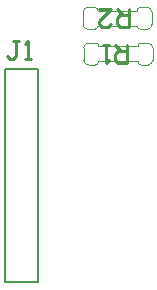
<source format=gto>
G04 Layer_Color=15132400*
%FSAX43Y43*%
%MOMM*%
G71*
G01*
G75*
%ADD22C,0.051*%
%ADD23C,0.200*%
%ADD24C,0.254*%
D22*
X0033693Y0049541D02*
G03*
X0033401Y0049249I0000000J-0000292D01*
G01*
X0034671Y0049135D02*
G03*
X0034265Y0049541I-0000406J0000000D01*
G01*
Y0047687D02*
G03*
X0034671Y0048093I0000000J0000406D01*
G01*
X0033401Y0047979D02*
G03*
X0033693Y0047687I0000292J0000000D01*
G01*
X0029807D02*
G03*
X0030099Y0047979I0000000J0000292D01*
G01*
X0028829Y0048093D02*
G03*
X0029235Y0047687I0000406J0000000D01*
G01*
Y0049541D02*
G03*
X0028829Y0049135I0000000J-0000406D01*
G01*
X0030099Y0049249D02*
G03*
X0029807Y0049541I-0000292J0000000D01*
G01*
X0029881Y0044657D02*
G03*
X0030173Y0044949I0000000J0000292D01*
G01*
X0028903Y0045063D02*
G03*
X0029309Y0044657I0000406J0000000D01*
G01*
Y0046511D02*
G03*
X0028903Y0046105I0000000J-0000406D01*
G01*
X0030173Y0046219D02*
G03*
X0029881Y0046511I-0000292J0000000D01*
G01*
X0033767D02*
G03*
X0033475Y0046219I0000000J-0000292D01*
G01*
X0034745Y0046105D02*
G03*
X0034339Y0046511I-0000406J0000000D01*
G01*
Y0044657D02*
G03*
X0034745Y0045063I0000000J0000406D01*
G01*
X0033475Y0044949D02*
G03*
X0033767Y0044657I0000292J0000000D01*
G01*
X0031750Y0047979D02*
X0033401D01*
X0031750Y0049249D02*
X0033401D01*
X0030099D02*
X0031750D01*
X0030099Y0047979D02*
X0031750D01*
X0033693Y0049541D02*
X0034265D01*
X0034671Y0048614D02*
Y0049135D01*
Y0048093D02*
Y0048614D01*
X0033693Y0047687D02*
X0034265D01*
X0029235D02*
X0029807D01*
X0028829Y0048614D02*
Y0049135D01*
X0029235Y0049541D02*
X0029807D01*
X0028829Y0048093D02*
Y0048614D01*
X0030173Y0046219D02*
X0031824D01*
X0030173Y0044949D02*
X0031824D01*
X0033475D01*
X0031824Y0046219D02*
X0033475D01*
X0029309Y0044657D02*
X0029881D01*
X0028903Y0045063D02*
Y0045584D01*
Y0046105D01*
X0029309Y0046511D02*
X0029881D01*
X0033767D02*
X0034339D01*
X0034745Y0045063D02*
Y0045584D01*
X0033767Y0044657D02*
X0034339D01*
X0034745Y0045584D02*
Y0046105D01*
D23*
X0022222Y0044323D02*
X0025022D01*
Y0026286D02*
Y0044323D01*
X0022222Y0026286D02*
X0025022D01*
X0022222D02*
Y0044323D01*
D24*
X0023380Y0046697D02*
X0022873D01*
X0023126D01*
Y0045428D01*
X0022873Y0045174D01*
X0022619D01*
X0022365Y0045428D01*
X0023888Y0045174D02*
X0024396D01*
X0024142D01*
Y0046697D01*
X0023888Y0046443D01*
X0032586Y0046346D02*
Y0044822D01*
X0031824D01*
X0031570Y0045076D01*
Y0045584D01*
X0031824Y0045838D01*
X0032586D01*
X0032078D02*
X0031570Y0046346D01*
X0031062D02*
X0030555D01*
X0030809D01*
Y0044822D01*
X0031062Y0045076D01*
X0032766Y0049376D02*
Y0047852D01*
X0032004D01*
X0031750Y0048106D01*
Y0048614D01*
X0032004Y0048868D01*
X0032766D01*
X0032258D02*
X0031750Y0049376D01*
X0030227D02*
X0031242D01*
X0030227Y0048360D01*
Y0048106D01*
X0030481Y0047852D01*
X0030989D01*
X0031242Y0048106D01*
M02*

</source>
